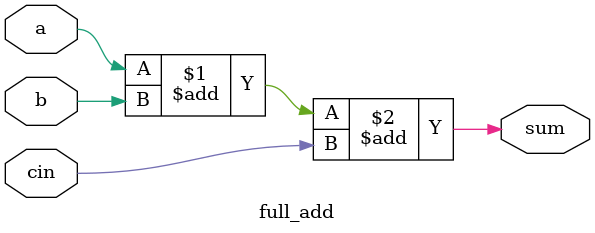
<source format=sv>
module full_add ( a , b , cin , sum );
    input a, b , cin;
    output sum;

    assign sum = a + b + cin; 
    
endmodule
</source>
